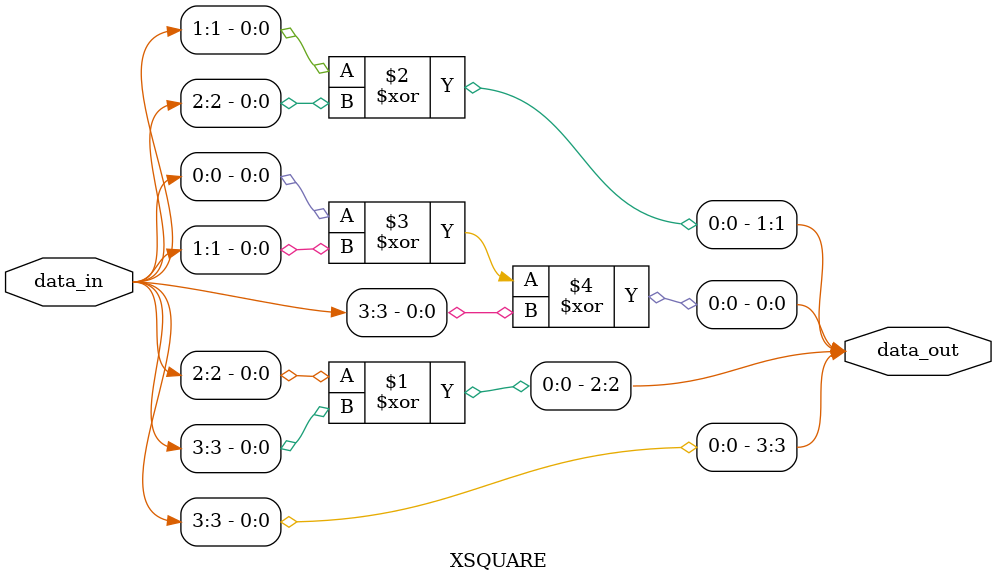
<source format=v>
`timescale 1ns / 1ps

module XSQUARE (
    input  wire [3 : 0] data_in,
    output wire [3 : 0] data_out
);

assign data_out[3]=data_in[3];
assign data_out[2]=data_in[2]^data_in[3];
assign data_out[1]=data_in[1]^data_in[2];
assign data_out[0]=data_in[0]^data_in[1]^data_in[3];

endmodule
</source>
